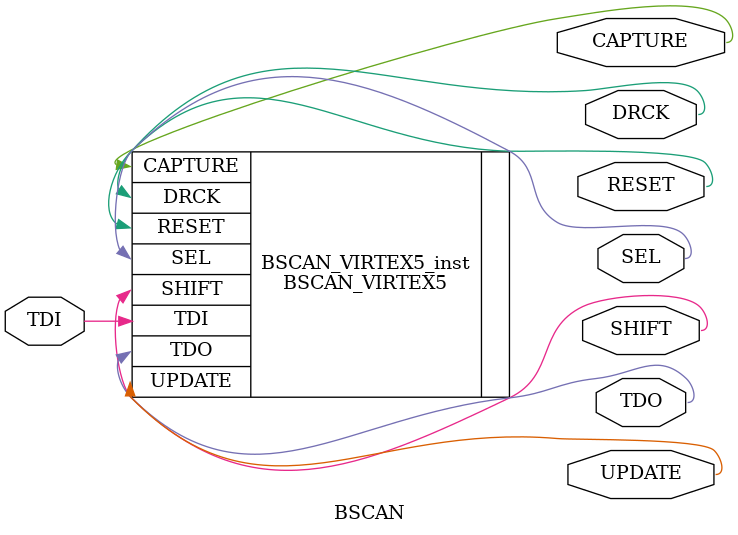
<source format=v>
module BSCAN(CAPTURE,
	     DRCK,
	     RESET,
	     SEL,
	     SHIFT,
             TDI,
             UPDATE,
             TDO);
   output CAPTURE;
   output DRCK;
   output RESET;
   output SEL;  
   output SHIFT;
   input  TDI;
   output UPDATE;
   output TDO;
   
  
  // BSCAN_VIRETX5: Boundary Scan primitive for connecting internal
  // logic to JTAG interface.
  // Virtex-5
  // Xilinx HDL Libraries Guide, version 9.1i
  BSCAN_VIRTEX5 #(
		  .JTAG_CHAIN(2) // This 2 was the default...
		  ) BSCAN_VIRTEX5_inst (
					.CAPTURE(CAPTURE), // CAPTURE output from TAP controller
					.DRCK(DRCK), // Data register output for USER function
					.RESET(RESET), // Reset output from TAP controller
					.SEL(SEL), // USER active output
					.SHIFT(SHIFT), // SHIFT output from TAP controller
					.TDI(TDI), // TDI output from TAP controller
					.UPDATE(UPDATE), // UPDATE output from TAP controller
		                        .TDO(TDO)			
					);
endmodule
</source>
